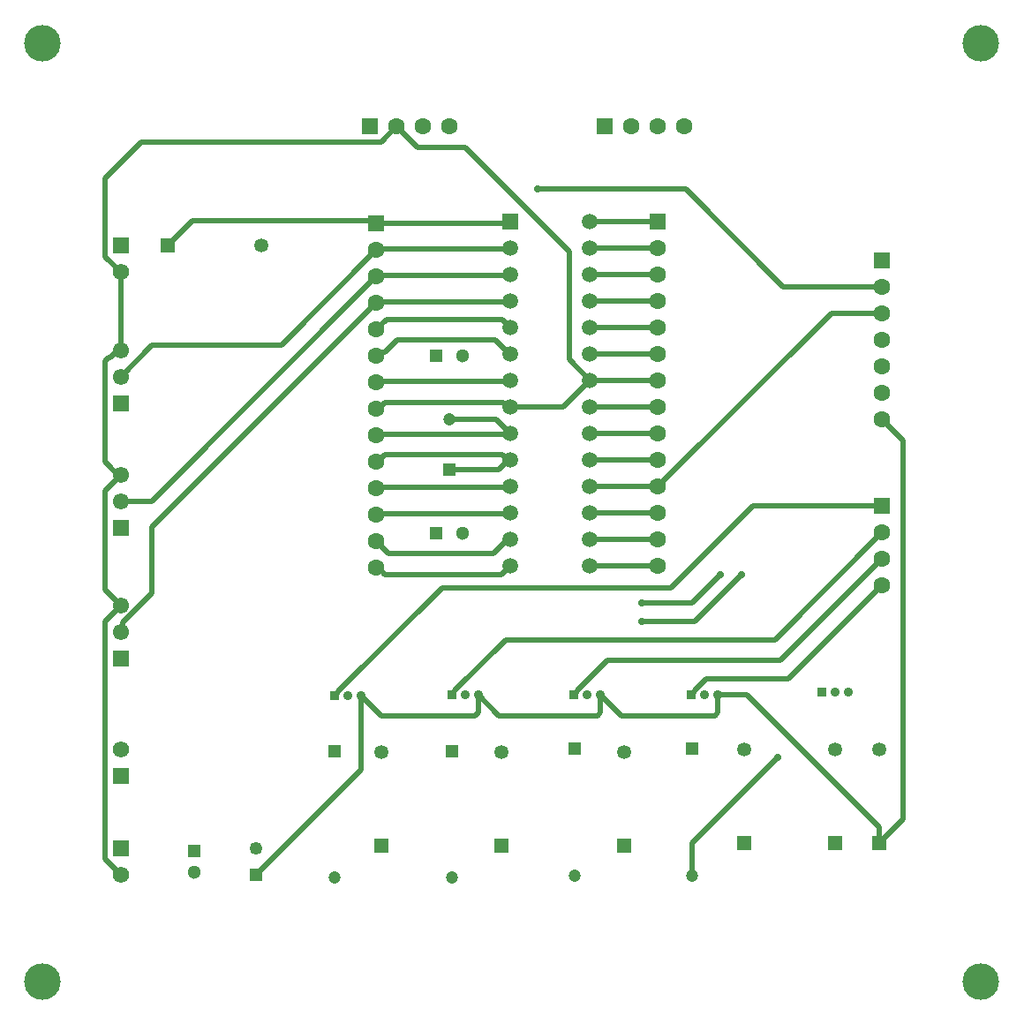
<source format=gbr>
%FSTAX23Y23*%
%MOIN*%
%SFA1B1*%

%IPPOS*%
%ADD10C,0.019685*%
%ADD11R,0.047244X0.047244*%
%ADD12C,0.047244*%
%ADD13C,0.035433*%
%ADD14C,0.062992*%
%ADD15R,0.062992X0.062992*%
%ADD16C,0.051181*%
%ADD17R,0.051181X0.051181*%
%ADD18R,0.059055X0.059055*%
%ADD19C,0.059055*%
%ADD20C,0.053150*%
%ADD21R,0.053150X0.053150*%
%ADD22R,0.061811X0.061811*%
%ADD23C,0.061811*%
%ADD24C,0.061024*%
%ADD25R,0.061024X0.061024*%
%ADD26R,0.053150X0.053150*%
%ADD27R,0.035433X0.035433*%
%ADD28R,0.062992X0.062992*%
%ADD29R,0.051181X0.051181*%
%ADD30C,0.049212*%
%ADD31R,0.049212X0.049212*%
%ADD32C,0.027559*%
%ADD33C,0.137795*%
%LNlamp_copper_signal_bot-1*%
%LPD*%
G54D10*
X02215Y01295D02*
X02327Y01407D01*
X02982D02*
X03366Y01791D01*
X02327Y01407D02*
X02982D01*
X01944Y01486D02*
X02961D01*
X01753Y01295D02*
X01944Y01486D01*
X02961D02*
X03366Y01891D01*
X02657Y01555D02*
X02834Y01732D01*
X0246Y01555D02*
X02657D01*
X0246Y01624D02*
X02647D01*
X02755Y01732*
X01704Y01683D02*
X02568D01*
X02877Y01991D02*
X03366D01*
X02568Y01683D02*
X02877Y01991D01*
X01312Y01291D02*
X01704Y01683D01*
X01464Y01757D02*
X01489Y01732D01*
X0193*
X01963Y01765*
X01456Y01757D02*
X01464D01*
X02734Y012D02*
X02746Y01212D01*
Y01279*
X02381Y012D02*
X02734D01*
X02291D02*
X02303Y01212D01*
Y01279*
X0192Y012D02*
X02291D01*
X01475D02*
X01829D01*
X01841Y01212D02*
Y01279D01*
X01829Y012D02*
X01841Y01212D01*
X00763Y0307D02*
X01443D01*
X00669Y02976D02*
X00763Y0307D01*
X02624Y03188D02*
X02993Y02819D01*
X02066Y03188D02*
X02624D01*
X01612Y03346D02*
X01791D01*
X02185Y02544D02*
Y02952D01*
X01791Y03346D02*
X02185Y02952D01*
X02993Y02819D02*
X03366D01*
X02647Y00718D02*
X02972Y01043D01*
X02647Y00596D02*
Y00718D01*
X02746Y01279D02*
X02854D01*
X03356Y00718D02*
Y00777D01*
X02854Y01279D02*
X03356Y00777D01*
X02658Y01295D02*
X02702Y01338D01*
X03013D02*
X03366Y01691D01*
X02702Y01338D02*
X03013D01*
X02658Y01291D02*
Y01295D01*
X02646Y01279D02*
X02658Y01291D01*
X02215D02*
Y01295D01*
X02203Y01279D02*
X02215Y01291D01*
X01741Y01279D02*
X01753Y01291D01*
Y01295*
X02303Y01279D02*
X02381Y012D01*
X01841Y01279D02*
X0192Y012D01*
X014Y01275D02*
X01475Y012D01*
X03174Y02719D02*
X03366D01*
X02519Y02065D02*
X03174Y02719D01*
X02185Y02544D02*
X02263Y02465D01*
X01533Y03425D02*
X01612Y03346D01*
X03356Y00718D02*
X03444Y00807D01*
Y0224*
X03366Y02319D02*
X03444Y0224D01*
X02163Y02365D02*
X02263Y02465D01*
X01963Y02365D02*
X02163D01*
X01312Y01288D02*
Y01291D01*
X013Y01275D02*
X01312Y01288D01*
X01898Y01811D02*
X01953Y01865D01*
X01503Y01811D02*
X01898D01*
X01953Y01865D02*
X01963D01*
X01456Y01857D02*
X01503Y01811D01*
X01959Y02461D02*
X01963Y02465D01*
X01456Y02457D02*
X0146Y02461D01*
X01959*
X01908Y0232D02*
X01963Y02265D01*
X01732Y0232D02*
X01908D01*
X01953Y02165D02*
X01954D01*
X01732Y02128D02*
X01917D01*
X01954Y02165*
X01963*
X01443Y0307D02*
X01456Y03057D01*
Y02157D02*
X01462D01*
X01489Y02185*
X01933*
X01953Y02165*
X0061Y02598D02*
X01097D01*
X00492Y0248D02*
X0061Y02598D01*
X01097D02*
X01456Y02957D01*
X0061Y01662D02*
Y01911D01*
X00512Y01565D02*
X0061Y01662D01*
Y01911D02*
X01456Y02757D01*
X00499Y01553D02*
X00511Y01565D01*
X00499Y01523D02*
Y01553D01*
X00511Y01565D02*
X00512D01*
X00492Y01515D02*
X00499Y01523D01*
X00608Y02009D02*
X01456Y02857D01*
X00492Y02009D02*
X00608D01*
X01456Y02957D02*
X0146Y02961D01*
X01936Y02381D02*
X01953Y02365D01*
X01963*
X01489Y02381D02*
X01936D01*
X01456Y02357D02*
X01465D01*
X01489Y02381*
X01535Y02618D02*
X01905D01*
X01482Y02571D02*
X01489D01*
X01468Y02557D02*
X01482Y02571D01*
X01456Y02557D02*
X01468D01*
X01489Y02571D02*
X01535Y02618D01*
X01905D02*
X01958Y02565D01*
X01456Y02657D02*
X01496Y02696D01*
X01932D02*
X01963Y02665D01*
X01496Y02696D02*
X01932D01*
X00433Y02933D02*
X00492Y02874D01*
X00433Y02933D02*
Y03228D01*
X0057Y03366*
X01474*
X01533Y03425*
X01456Y02857D02*
X0146Y02861D01*
X01959*
X0146Y02961D02*
X01959D01*
Y02861D02*
X01963Y02865D01*
X01959Y02961D02*
X01963Y02965D01*
X01959Y02761D02*
X01963Y02765D01*
X0146Y02761D02*
X01959D01*
X01456Y02757D02*
X0146Y02761D01*
X01955Y03057D02*
X01963Y03065D01*
X01456Y03057D02*
X01955D01*
X02263Y03065D02*
X02519D01*
X02263Y02965D02*
X02519D01*
X02263Y02865D02*
X02519D01*
X02263Y02765D02*
X02519D01*
X02263Y02665D02*
X02519D01*
X02263Y02565D02*
X02519D01*
X02263Y02465D02*
X02519D01*
X02263Y02365D02*
X02519D01*
X02263Y02265D02*
X02519D01*
X02263Y02165D02*
X02519D01*
X02263Y02065D02*
X02519D01*
X02263Y01965D02*
X02519D01*
X02263Y01865D02*
X02519D01*
X02263Y01765D02*
X02519D01*
X0146Y01961D02*
X01959D01*
X01456Y01957D02*
X0146Y01961D01*
X01959D02*
X01963Y01965D01*
X01959Y02061D02*
X01963Y02065D01*
X01456Y02057D02*
X0146Y02061D01*
X01959*
X01456Y02257D02*
X0146Y02261D01*
X01959*
X01963Y02265*
X01958Y02565D02*
X01963D01*
X01003Y006D02*
X014Y00996D01*
Y01275*
X00492Y0258D02*
Y02874D01*
X00433Y01556D02*
X00492Y01615D01*
X00433Y00658D02*
X00492Y00599D01*
X00433Y00658D02*
Y01556D01*
X00453Y02553D02*
X0048Y0258D01*
X00492*
X00446Y02553D02*
X00453D01*
X00433Y02539D02*
X00446Y02553D01*
X00433Y02157D02*
Y02539D01*
X00444Y02145D02*
X00444D01*
X00433Y02157D02*
X00444Y02145D01*
X0048Y02109D02*
X00492D01*
X00444Y02145D02*
X0048Y02109D01*
X00433Y0205D02*
X00492Y02109D01*
X00433Y01674D02*
Y0205D01*
Y01674D02*
X00492Y01615D01*
G54D11*
X02647Y01076D03*
X01732Y02128D03*
X01299Y01066D03*
X01742D03*
X02204Y01076D03*
G54D12*
X02647Y00596D03*
X01732Y0232D03*
X01299Y00587D03*
X01742D03*
X02204Y00596D03*
G54D13*
X03238Y01289D03*
X03188D03*
X0135Y01275D03*
X014D03*
X01791Y01279D03*
X01841D03*
X02696D03*
X02746D03*
X02253D03*
X02303D03*
G54D14*
X03366Y02319D03*
Y02419D03*
Y02619D03*
Y02819D03*
Y02719D03*
Y02519D03*
Y01891D03*
Y01791D03*
Y01691D03*
X01733Y03425D03*
X01633D03*
X01533D03*
X02519Y01965D03*
Y02065D03*
Y02165D03*
Y02365D03*
Y02465D03*
Y02665D03*
Y02865D03*
Y02965D03*
Y02765D03*
Y02565D03*
Y02265D03*
Y01865D03*
Y01765D03*
X01456Y01957D03*
Y02057D03*
Y02157D03*
Y02357D03*
Y02457D03*
Y02657D03*
Y02857D03*
Y02957D03*
Y02757D03*
Y02557D03*
Y02257D03*
Y01857D03*
Y01757D03*
X02619Y03425D03*
X02519D03*
X02419D03*
G54D15*
X03366Y02919D03*
Y01991D03*
X02519Y03065D03*
X01456Y03057D03*
G54D16*
X01782Y01889D03*
Y02559D03*
X00767Y0061D03*
G54D17*
X01682Y01889D03*
Y02559D03*
G54D18*
X01963Y03065D03*
G54D19*
X01963Y02965D03*
Y02865D03*
Y02765D03*
Y02665D03*
Y02565D03*
Y02465D03*
Y02365D03*
Y02265D03*
Y02165D03*
Y02065D03*
Y01965D03*
Y01865D03*
Y01765D03*
X02263Y03065D03*
Y02965D03*
Y02865D03*
Y02765D03*
Y02665D03*
Y02565D03*
Y02465D03*
Y02365D03*
Y02265D03*
Y02165D03*
Y02065D03*
Y01965D03*
Y01865D03*
Y01765D03*
G54D20*
X01023Y02976D03*
X03188Y01072D03*
X03356D03*
X01476Y01062D03*
X01929D03*
X02844Y01072D03*
X02391Y01062D03*
G54D21*
X00669Y02976D03*
G54D22*
X00492Y02974D03*
Y00973D03*
Y00699D03*
G54D23*
X00492Y02874D03*
Y01073D03*
Y00599D03*
G54D24*
X00492Y0258D03*
Y0248D03*
Y02109D03*
Y02009D03*
Y01615D03*
Y01515D03*
G54D25*
X00492Y0238D03*
Y01909D03*
Y01415D03*
G54D26*
X03188Y00718D03*
X03356D03*
X01476Y00708D03*
X01929D03*
X02844Y00718D03*
X02391Y00708D03*
G54D27*
X013Y01275D03*
X03138Y01289D03*
X01741Y01279D03*
X02646D03*
X02203D03*
G54D28*
X01433Y03425D03*
X02319D03*
G54D29*
X00767Y00688D03*
G54D30*
X01003Y00698D03*
G54D31*
X01003Y006D03*
G54D32*
X0246Y01555D03*
Y01624D03*
X02066Y03188D03*
X02972Y01043D03*
X02834Y01732D03*
X02755D03*
G54D33*
X00196Y0374D03*
Y00196D03*
X0374D03*
Y0374D03*
M02*
</source>
